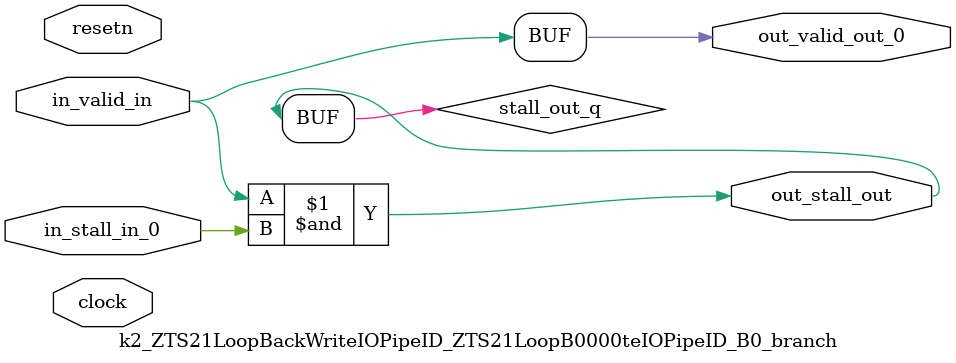
<source format=sv>



(* altera_attribute = "-name AUTO_SHIFT_REGISTER_RECOGNITION OFF; -name MESSAGE_DISABLE 10036; -name MESSAGE_DISABLE 10037; -name MESSAGE_DISABLE 14130; -name MESSAGE_DISABLE 14320; -name MESSAGE_DISABLE 15400; -name MESSAGE_DISABLE 14130; -name MESSAGE_DISABLE 10036; -name MESSAGE_DISABLE 12020; -name MESSAGE_DISABLE 12030; -name MESSAGE_DISABLE 12010; -name MESSAGE_DISABLE 12110; -name MESSAGE_DISABLE 14320; -name MESSAGE_DISABLE 13410; -name MESSAGE_DISABLE 113007; -name MESSAGE_DISABLE 10958" *)
module k2_ZTS21LoopBackWriteIOPipeID_ZTS21LoopB0000teIOPipeID_B0_branch (
    input wire [0:0] in_stall_in_0,
    input wire [0:0] in_valid_in,
    output wire [0:0] out_stall_out,
    output wire [0:0] out_valid_out_0,
    input wire clock,
    input wire resetn
    );

    wire [0:0] stall_out_q;


    // stall_out(LOGICAL,6)
    assign stall_out_q = in_valid_in & in_stall_in_0;

    // out_stall_out(GPOUT,4)
    assign out_stall_out = stall_out_q;

    // out_valid_out_0(GPOUT,5)
    assign out_valid_out_0 = in_valid_in;

endmodule

</source>
